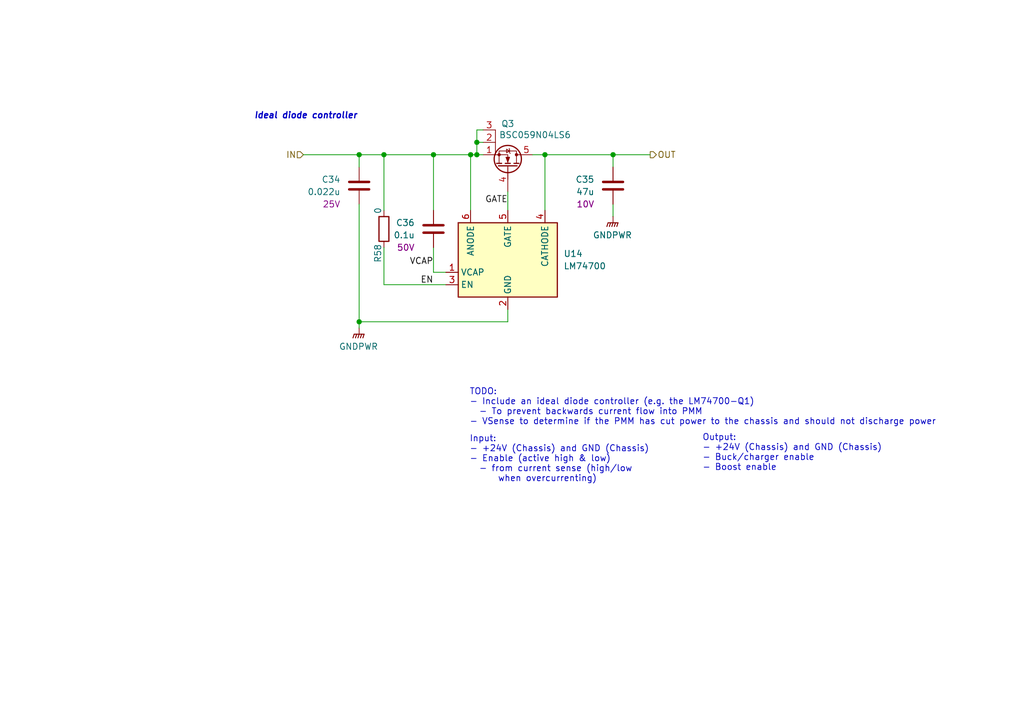
<source format=kicad_sch>
(kicad_sch (version 20250114) (generator "eeschema") (generator_version "9.0")
  (paper "A5")
  (title_block (title "Ideal Diode + VSense") (date "2025-02-12") (rev "1") (company "UT Robomaster") (comment 1 "Robomaster"))
  (lib_symbols
    (symbol "Device:C" (pin_numbers (hide yes)) (pin_names (offset 0.254))
      (property "Reference" "C" (at 0.635 2.54 0))
      (property "Value" "C" (at 0.635 -2.54 0))
      (symbol "C_0_1"
        (polyline (pts (xy -2.032 0.762) (xy 2.032 0.762)) (stroke (width 0.508)))
        (polyline (pts (xy -2.032 -0.762) (xy 2.032 -0.762)) (stroke (width 0.508)))
      )
      (symbol "C_1_1"
        (pin passive line (at 0 3.81 270) (length 2.794) (name "~") (number "1"))
        (pin passive line (at 0 -3.81 90) (length 2.794) (name "~") (number "2"))
      )
    )
    (symbol "Device:Q_NMOS_SGD" (pin_names (offset 0) (hide yes))
      (property "Reference" "Q1" (at 8.89 0 90))
      (property "Value" "NVMFS5C404NL" (at 6.35 0 90))
      (symbol "Q_NMOS_SGD_0_1"
        (polyline (pts (xy 0.254 1.905) (xy 0.254 -1.905)) (stroke (width 0.254)))
        (polyline (pts (xy 0.254 0) (xy -2.54 0)))
        (polyline (pts (xy 0.762 2.286) (xy 0.762 1.27)) (stroke (width 0.254)))
        (polyline (pts (xy 0.762 0.508) (xy 0.762 -0.508)) (stroke (width 0.254)))
        (polyline (pts (xy 0.762 -1.27) (xy 0.762 -2.286)) (stroke (width 0.254)))
        (polyline (pts (xy 0.762 -1.778) (xy 3.302 -1.778) (xy 3.302 1.778) (xy 0.762 1.778)))
        (polyline (pts (xy 1.016 0) (xy 2.032 0.381) (xy 2.032 -0.381) (xy 1.016 0)) (fill (type outline)))
        (circle (center 1.651 0) (radius 2.794) (stroke (width 0.254)))
        (polyline (pts (xy 2.54 2.54) (xy 2.54 1.778)))
        (circle (center 2.54 1.778) (radius 0.254) (fill (type outline)))
        (circle (center 2.54 -1.778) (radius 0.254) (fill (type outline)))
        (polyline (pts (xy 2.54 -2.54) (xy 2.54 0) (xy 0.762 0)))
        (polyline (pts (xy 2.794 0.508) (xy 2.921 0.381) (xy 3.683 0.381) (xy 3.81 0.254)))
        (polyline (pts (xy 3.302 0.381) (xy 2.921 -0.254) (xy 3.683 -0.254) (xy 3.302 0.381)))
        (polyline (pts (xy 7.62 -2.54) (xy 2.54 -2.54)))
      )
      (symbol "Q_NMOS_SGD_1_1"
        (pin input line (at -5.08 0 0) (length 5.08) (name "G") (number "4"))
        (pin passive line (at 2.54 5.08 270) (length 2.54) (name "D") (number "5"))
        (pin passive line (at 2.54 -5.08 90) (length 2.54) (name "S") (number "1"))
        (pin passive line (at 5.08 -5.08 90) (length 2.54) (name "S") (number "2"))
        (pin passive line (at 7.62 -5.08 90) (length 2.54) (name "S") (number "3"))
      )
    )
    (symbol "Device:R" (pin_numbers (hide yes)) (pin_names (offset 0))
      (property "Reference" "R" (at 2.032 0 90))
      (property "Value" "R" (at 0 0 90))
      (symbol "R_0_1"
        (rectangle (start -1.016 -2.54) (end 1.016 2.54) (stroke (width 0.254)))
      )
      (symbol "R_1_1"
        (pin passive line (at 0 3.81 270) (length 1.27) (name "~") (number "1"))
        (pin passive line (at 0 -3.81 90) (length 1.27) (name "~") (number "2"))
      )
    )
    (symbol "Power_Management:LM74700"
      (property "Reference" "U" (at -9.525 -8.89 0))
      (property "Value" "LM74700" (at 7.62 -8.89 0))
      (symbol "LM74700_0_1"
        (rectangle (start -10.16 7.62) (end 10.16 -7.62) (stroke (width 0.254)) (fill (type background)))
      )
      (symbol "LM74700_1_1"
        (pin passive line (at -12.7 -2.54 0) (length 2.54) (name "VCAP") (number "1"))
        (pin input line (at -12.7 -5.08 0) (length 2.54) (name "EN") (number "3"))
        (pin power_in line (at -7.62 10.16 270) (length 2.54) (name "ANODE") (number "6"))
        (pin output line (at 0 10.16 270) (length 2.54) (name "GATE") (number "5"))
        (pin power_in line (at 0 -10.16 90) (length 2.54) (name "GND") (number "2"))
        (pin input line (at 7.62 10.16 270) (length 2.54) (name "CATHODE") (number "4"))
      )
    )
    (symbol "power:GNDPWR" (power) (pin_numbers (hide yes)) (pin_names (offset 0) (hide yes))
      (property "Value" "GNDPWR" (at 0 -3.302 0))
      (symbol "GNDPWR_0_1"
        (polyline (pts (xy -1.016 -1.27) (xy -1.27 -2.032) (xy -1.27 -2.032)) (stroke (width 0.2032)))
        (polyline (pts (xy -0.508 -1.27) (xy -0.762 -2.032) (xy -0.762 -2.032)) (stroke (width 0.2032)))
        (polyline (pts (xy 0 -1.27) (xy 0 0)))
        (polyline (pts (xy 0 -1.27) (xy -0.254 -2.032) (xy -0.254 -2.032)) (stroke (width 0.2032)))
        (polyline (pts (xy 0.508 -1.27) (xy 0.254 -2.032) (xy 0.254 -2.032)) (stroke (width 0.2032)))
        (polyline (pts (xy 1.016 -1.27) (xy -1.016 -1.27) (xy -1.016 -1.27)) (stroke (width 0.2032)))
        (polyline (pts (xy 1.016 -1.27) (xy 0.762 -2.032) (xy 0.762 -2.032) (xy 0.762 -2.032)) (stroke (width 0.2032)))
      )
      (symbol "GNDPWR_1_1"
        (pin power_in line (at 0 0 270) (length 0) (name "~") (number "1"))
      )
    )
  )
  (text "Input:\n- +24V (Chassis) and GND (Chassis)\n- Enable (active high & low)\n  - from current sense (high/low \n      when overcurrenting)" (at 96.266 89.408 0) (effects (font (size 1.27 1.27)) (justify left top)))
  (text "Ideal diode controller" (at 52.07 23.114 0) (effects (font (size 1.27 1.27) (thickness 0.254) (bold yes) (italic yes)) (justify left top)))
  (text "Output:\n- +24V (Chassis) and GND (Chassis)\n- Buck/charger enable\n- Boost enable" (at 144.018 89.154 0) (effects (font (size 1.27 1.27)) (justify left top)))
  (text "TODO:\n- Include an ideal diode controller (e.g. the LM74700-Q1)\n  - To prevent backwards current flow into PMM\n- VSense to determine if the PMM has cut power to the chassis and should not discharge power" (at 96.266 79.756 0) (effects (font (size 1.27 1.27)) (justify left top)))
  (junction (at 97.79 29.21))
  (junction (at 73.66 66.04))
  (junction (at 88.9 31.75))
  (junction (at 97.79 31.75))
  (junction (at 78.74 31.75))
  (junction (at 73.66 31.75))
  (junction (at 96.52 31.75))
  (junction (at 111.76 31.75))
  (junction (at 125.73 31.75))
  (wire (pts (xy 73.66 66.04) (xy 104.14 66.04)))
  (wire (pts (xy 73.66 66.04) (xy 73.66 67.31)))
  (wire (pts (xy 99.06 26.67) (xy 97.79 26.67)))
  (wire (pts (xy 111.76 31.75) (xy 111.76 43.18)))
  (wire (pts (xy 111.76 31.75) (xy 125.73 31.75)))
  (wire (pts (xy 125.73 31.75) (xy 133.35 31.75)))
  (wire (pts (xy 73.66 41.91) (xy 73.66 66.04)))
  (wire (pts (xy 104.14 63.5) (xy 104.14 66.04)))
  (wire (pts (xy 88.9 31.75) (xy 96.52 31.75)))
  (wire (pts (xy 78.74 31.75) (xy 88.9 31.75)))
  (wire (pts (xy 88.9 55.88) (xy 91.44 55.88)))
  (wire (pts (xy 125.73 31.75) (xy 125.73 34.29)))
  (wire (pts (xy 78.74 58.42) (xy 78.74 50.8)))
  (wire (pts (xy 96.52 31.75) (xy 97.79 31.75)))
  (wire (pts (xy 78.74 43.18) (xy 78.74 31.75)))
  (wire (pts (xy 109.22 31.75) (xy 111.76 31.75)))
  (wire (pts (xy 88.9 50.8) (xy 88.9 55.88)))
  (wire (pts (xy 125.73 41.91) (xy 125.73 44.45)))
  (wire (pts (xy 97.79 26.67) (xy 97.79 29.21)))
  (wire (pts (xy 99.06 29.21) (xy 97.79 29.21)))
  (wire (pts (xy 88.9 31.75) (xy 88.9 43.18)))
  (wire (pts (xy 62.23 31.75) (xy 73.66 31.75)))
  (wire (pts (xy 96.52 31.75) (xy 96.52 43.18)))
  (wire (pts (xy 78.74 58.42) (xy 91.44 58.42)))
  (wire (pts (xy 97.79 31.75) (xy 99.06 31.75)))
  (wire (pts (xy 73.66 31.75) (xy 78.74 31.75)))
  (wire (pts (xy 104.14 39.37) (xy 104.14 43.18)))
  (wire (pts (xy 97.79 29.21) (xy 97.79 31.75)))
  (wire (pts (xy 73.66 31.75) (xy 73.66 34.29)))
  (label "EN" (at 88.9 58.42 180) (effects (font (thickness 0.1588))))
  (label "VCAP" (at 88.9 54.61 180) (effects (font (thickness 0.1588))))
  (label "GATE" (at 104.14 41.91 180))
  (hierarchical_label "IN" (shape input) (at 62.23 31.75 180))
  (hierarchical_label "OUT" (shape output) (at 133.35 31.75 0))
  (symbol (lib_id "Device:C") (at 125.73 38.1 0) (mirror y) (unit 1)
    (property "Reference" "C35" (at 121.92 36.8299 0) (effects (justify left)))
    (property "Value" "47u" (at 121.92 39.3699 0) (effects (justify left)))
    (property "Footprint" "Capacitor_SMD:C_1206_3216Metric_Pad1.33x1.80mm_HandSolder" (effects (hide yes)))
    (property "Description" "Unpolarized capacitor" (effects (hide yes)))
    (property "Mouser Part Number" "81-GRM31CR61A476ME5K" (effects (hide yes)))
    (property "Voltage Rating" "10V" (at 121.92 41.91 0) (effects (justify left)))
  )
  (symbol (lib_id "Device:C") (at 73.66 38.1 0) (mirror y) (unit 1)
    (property "Reference" "C34" (at 69.85 36.8299 0) (effects (justify left)))
    (property "Value" "0.022u" (at 69.85 39.3699 0) (effects (justify left)))
    (property "Footprint" "Capacitor_SMD:C_0603_1608Metric_Pad1.08x0.95mm_HandSolder" (effects (hide yes)))
    (property "Description" "Unpolarized capacitor" (effects (hide yes)))
    (property "Mouser Part Number" "710-885012206067" (effects (hide yes)))
    (property "Voltage Rating" "25V" (at 69.85 41.91 0) (effects (justify left)))
  )
  (symbol (lib_id "power:GNDPWR") (at 73.66 67.31 0) (unit 1)
    (property "Reference" "#PWR095" (effects (hide yes)))
    (property "Value" "GNDPWR" (at 73.533 71.12 0))
    (property "Description" "Power symbol creates a global label with name \"GNDPWR\" , global ground" (effects (hide yes)))
  )
  (symbol (lib_id "Device:C") (at 88.9 46.99 0) (mirror y) (unit 1)
    (property "Reference" "C36" (at 85.09 45.7199 0) (effects (justify left)))
    (property "Value" "0.1u" (at 85.09 48.2599 0) (effects (justify left)))
    (property "Footprint" "Capacitor_SMD:C_0603_1608Metric_Pad1.08x0.95mm_HandSolder" (effects (hide yes)))
    (property "Datasheet" "https://www.mouser.com/datasheet/2/40/KGM_X7R-3223212.pdf" (effects (hide yes)))
    (property "Description" "Unpolarized capacitor" (effects (hide yes)))
    (property "Mouser Part Number" "581-KGM15BR71H104JT" (effects (hide yes)))
    (property "Voltage Rating" "50V" (at 85.09 50.8 0) (effects (justify left)))
  )
  (symbol (lib_id "Device:Q_NMOS_SGD") (at 104.14 34.29 270) (mirror x) (unit 1)
    (property "Reference" "Q3" (at 104.14 25.4 90))
    (property "Value" "BSC059N04LS6" (at 109.728 27.686 90))
    (property "Footprint" "Package_SON:Infineon_PG-TDSON-8_6.15x5.15mm" (effects (hide yes)))
    (property "Datasheet" "https://www.mouser.com/datasheet/2/196/Infineon_BSC059N04LS6_DataSheet_v02_01_EN-3360636.pdf" (effects (hide yes)))
    (property "Description" "N-MOSFET transistor, source/gate/drain" (effects (hide yes)))
    (property "Mouser Part Number" "726-BSC059N04LS6ATMA" (effects (hide yes)))
  )
  (symbol (lib_id "Power_Management:LM74700") (at 104.14 53.34 0) (unit 1)
    (property "Reference" "U14" (at 115.57 52.0699 0) (effects (justify left)))
    (property "Value" "LM74700" (at 115.57 54.6099 0) (effects (justify left)))
    (property "Footprint" "Package_TO_SOT_SMD:SOT-23-6_Handsoldering" (effects (hide yes)))
    (property "Datasheet" "http://www.ti.com/lit/gpn/LM74700-Q1" (effects (hide yes)))
    (property "Description" "Low Iq reverse battery protection ideal diode controller, SOT-23-6" (effects (hide yes)))
    (property "Mouser Part Number" "595-LM74700QDBVRQ1" (effects (hide yes)))
  )
  (symbol (lib_id "power:GNDPWR") (at 125.73 44.45 0) (unit 1)
    (property "Reference" "#PWR094" (effects (hide yes)))
    (property "Value" "GNDPWR" (at 125.603 48.26 0))
    (property "Description" "Power symbol creates a global label with name \"GNDPWR\" , global ground" (effects (hide yes)))
  )
  (symbol (lib_id "Device:R") (at 78.74 46.99 180) (unit 1)
    (property "Reference" "R58" (at 78.232 50.038 90) (effects (justify left top)))
    (property "Value" "0" (at 78.232 43.942 90) (effects (justify right top)))
    (property "Footprint" "Resistor_SMD:R_0603_1608Metric_Pad0.98x0.95mm_HandSolder" (effects (hide yes)))
    (property "Description" "Resistor" (effects (hide yes)))
    (property "Mouser Part Number" "660-RK73Z1JTTDD" (effects (hide yes)))
  )
)
</source>
